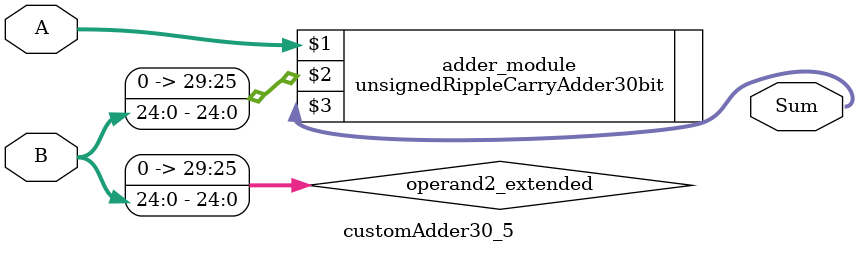
<source format=v>

module customAdder30_5(
                    input [29 : 0] A,
                    input [24 : 0] B,
                    
                    output [30 : 0] Sum
            );

    wire [29 : 0] operand2_extended;
    
    assign operand2_extended =  {5'b0, B};
    
    unsignedRippleCarryAdder30bit adder_module(
        A,
        operand2_extended,
        Sum
    );
    
endmodule
        
</source>
